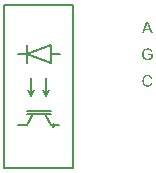
<source format=gto>
G04 Layer_Color=65535*
%FSTAX24Y24*%
%MOIN*%
G70*
G01*
G75*
%ADD16C,0.0050*%
G36*
X031948Y034481D02*
X031892D01*
X031848Y034595D01*
X031689D01*
X031648Y034481D01*
X031595D01*
X031739Y034859D01*
X031794D01*
X031948Y034481D01*
D02*
G37*
G36*
X031792Y033093D02*
X031797Y033093D01*
X031803Y033092D01*
X031809Y033092D01*
X031816Y033091D01*
X031831Y033087D01*
X031847Y033082D01*
X031855Y033078D01*
X031863Y033074D01*
X031871Y03307D01*
X031878Y033065D01*
X031879Y033064D01*
X03188Y033063D01*
X031881Y033062D01*
X031884Y033059D01*
X031887Y033057D01*
X031891Y033053D01*
X031895Y033048D01*
X031899Y033044D01*
X031904Y033038D01*
X031908Y033032D01*
X031913Y033025D01*
X031917Y033018D01*
X031921Y03301D01*
X031925Y033002D01*
X031932Y032983D01*
X031883Y032972D01*
Y032972D01*
X031882Y032974D01*
X031881Y032976D01*
X03188Y032979D01*
X031879Y032982D01*
X031877Y032986D01*
X031873Y032995D01*
X031868Y033005D01*
X031861Y033015D01*
X031853Y033024D01*
X031844Y033032D01*
X031843Y033033D01*
X031839Y033035D01*
X031834Y033038D01*
X031827Y033042D01*
X031818Y033046D01*
X031807Y033048D01*
X031795Y033051D01*
X031781Y033051D01*
X031777D01*
X031774Y033051D01*
X03177D01*
X031766Y03305D01*
X031756Y033048D01*
X031744Y033046D01*
X031732Y033042D01*
X03172Y033037D01*
X031709Y03303D01*
X031708D01*
X031707Y033029D01*
X031704Y033026D01*
X031699Y033021D01*
X031693Y033015D01*
X031686Y033007D01*
X031679Y032998D01*
X031673Y032986D01*
X031668Y032974D01*
Y032973D01*
X031667Y032972D01*
X031667Y03297D01*
X031666Y032967D01*
X031665Y032964D01*
X031664Y03296D01*
X031662Y032951D01*
X03166Y03294D01*
X031658Y032928D01*
X031657Y032915D01*
X031656Y032901D01*
Y0329D01*
Y032899D01*
Y032896D01*
Y032893D01*
X031657Y032889D01*
Y032884D01*
X031657Y032879D01*
X031658Y032873D01*
X03166Y03286D01*
X031662Y032845D01*
X031665Y032831D01*
X03167Y032817D01*
Y032816D01*
X031671Y032815D01*
X031672Y032813D01*
X031673Y032811D01*
X031676Y032804D01*
X03168Y032797D01*
X031687Y032788D01*
X031694Y032779D01*
X031703Y03277D01*
X031713Y032763D01*
X031714D01*
X031714Y032762D01*
X031716Y032761D01*
X031718Y03276D01*
X031725Y032758D01*
X031733Y032754D01*
X031742Y032751D01*
X031753Y032748D01*
X031765Y032746D01*
X031778Y032745D01*
X031782D01*
X031785Y032746D01*
X031788D01*
X031793Y032747D01*
X031803Y032748D01*
X031813Y032751D01*
X031826Y032756D01*
X031837Y032762D01*
X031849Y03277D01*
X031849Y03277D01*
X03185Y032771D01*
X031853Y032774D01*
X031858Y03278D01*
X031865Y032788D01*
X031871Y032798D01*
X031878Y03281D01*
X031884Y032825D01*
X031888Y032842D01*
X031938Y032829D01*
Y032828D01*
X031938Y032826D01*
X031937Y032823D01*
X031936Y032819D01*
X031933Y032814D01*
X031931Y032808D01*
X031929Y032801D01*
X031925Y032794D01*
X031918Y032779D01*
X031907Y032763D01*
X031896Y032748D01*
X031889Y032741D01*
X031881Y032735D01*
X031881Y032735D01*
X03188Y032734D01*
X031877Y032732D01*
X031874Y03273D01*
X03187Y032728D01*
X031865Y032725D01*
X03186Y032722D01*
X031854Y032719D01*
X031847Y032716D01*
X031839Y032713D01*
X031831Y03271D01*
X031822Y032708D01*
X031803Y032704D01*
X031793Y032703D01*
X031782Y032703D01*
X031776D01*
X031771Y032703D01*
X031766D01*
X03176Y032704D01*
X031754Y032705D01*
X031747Y032706D01*
X031731Y032709D01*
X031714Y032713D01*
X031698Y03272D01*
X03169Y032723D01*
X031682Y032728D01*
X031682Y032728D01*
X03168Y032729D01*
X031679Y032731D01*
X031676Y032732D01*
X031669Y032738D01*
X031661Y032746D01*
X031651Y032756D01*
X031642Y032769D01*
X031632Y032783D01*
X031624Y0328D01*
Y0328D01*
X031623Y032802D01*
X031622Y032804D01*
X031621Y032808D01*
X031619Y032812D01*
X031618Y032817D01*
X031616Y032823D01*
X031614Y03283D01*
X031612Y032837D01*
X031611Y032845D01*
X031607Y032862D01*
X031605Y032881D01*
X031604Y032901D01*
Y032902D01*
Y032904D01*
Y032907D01*
X031605Y032911D01*
Y032916D01*
X031606Y032922D01*
X031606Y032929D01*
X031607Y032936D01*
X03161Y032952D01*
X031614Y03297D01*
X031619Y032987D01*
X031627Y033004D01*
Y033005D01*
X031628Y033006D01*
X031629Y033008D01*
X031631Y033012D01*
X031633Y033015D01*
X031636Y033019D01*
X031644Y033029D01*
X031652Y03304D01*
X031663Y033051D01*
X031676Y033062D01*
X031691Y033071D01*
X031691D01*
X031693Y033072D01*
X031695Y033073D01*
X031698Y033074D01*
X031702Y033076D01*
X031706Y033078D01*
X031712Y03308D01*
X031718Y033082D01*
X031724Y033085D01*
X031731Y033086D01*
X031747Y033091D01*
X031764Y033093D01*
X031782Y033094D01*
X031788D01*
X031792Y033093D01*
D02*
G37*
G36*
X031796Y033979D02*
X031801D01*
X03181Y033978D01*
X031821Y033976D01*
X031834Y033974D01*
X031847Y033971D01*
X031859Y033966D01*
X03186D01*
X031861Y033965D01*
X031863Y033965D01*
X031865Y033964D01*
X031871Y033961D01*
X031878Y033956D01*
X031887Y033951D01*
X031896Y033945D01*
X031904Y033938D01*
X031912Y033929D01*
X031912Y033928D01*
X031915Y033925D01*
X031918Y03392D01*
X031923Y033912D01*
X031927Y033904D01*
X031932Y033893D01*
X031936Y033881D01*
X03194Y033867D01*
X031895Y033855D01*
Y033855D01*
X031894Y033856D01*
X031894Y033859D01*
X031892Y033865D01*
X031889Y033872D01*
X031886Y033878D01*
X031883Y033886D01*
X031879Y033893D01*
X031874Y0339D01*
X031874Y033901D01*
X031872Y033903D01*
X031869Y033906D01*
X031865Y03391D01*
X03186Y033914D01*
X031854Y033919D01*
X031847Y033923D01*
X031838Y033927D01*
X031837Y033927D01*
X031834Y033929D01*
X031829Y03393D01*
X031822Y033932D01*
X031815Y033934D01*
X031806Y033935D01*
X031796Y033937D01*
X031786Y033937D01*
X03178D01*
X031774Y033937D01*
X031766Y033936D01*
X031757Y033934D01*
X031746Y033933D01*
X031737Y03393D01*
X031727Y033926D01*
X031726Y033926D01*
X031723Y033925D01*
X031718Y033922D01*
X031712Y033919D01*
X031706Y033915D01*
X031699Y03391D01*
X031693Y033905D01*
X031686Y033899D01*
X031686Y033898D01*
X031684Y033896D01*
X031681Y033892D01*
X031678Y033888D01*
X031674Y033882D01*
X03167Y033876D01*
X031666Y033869D01*
X031663Y033861D01*
Y033861D01*
X031662Y033859D01*
X031662Y033858D01*
X031661Y033855D01*
X031659Y033852D01*
X031658Y033848D01*
X031656Y033839D01*
X031653Y033827D01*
X031651Y033814D01*
X031649Y0338D01*
X031648Y033785D01*
Y033785D01*
Y033783D01*
Y033781D01*
X031649Y033776D01*
Y033772D01*
X03165Y033767D01*
X03165Y033761D01*
X031651Y033756D01*
X031652Y033742D01*
X031656Y033728D01*
X03166Y033714D01*
X031666Y0337D01*
Y033699D01*
X031666Y033698D01*
X031667Y033696D01*
X031669Y033694D01*
X031673Y033688D01*
X031678Y033681D01*
X031685Y033673D01*
X031694Y033664D01*
X031704Y033656D01*
X031716Y033649D01*
X031716D01*
X031718Y033649D01*
X031719Y033647D01*
X031722Y033647D01*
X031724Y033646D01*
X031729Y033644D01*
X031737Y033641D01*
X031748Y033638D01*
X03176Y033635D01*
X031773Y033634D01*
X031787Y033633D01*
X031792D01*
X031799Y033634D01*
X031807Y033635D01*
X031816Y033636D01*
X031827Y033638D01*
X031839Y033641D01*
X03185Y033645D01*
X031851D01*
X031851Y033646D01*
X031853Y033646D01*
X031855Y033647D01*
X031861Y03365D01*
X031868Y033653D01*
X031875Y033657D01*
X031883Y033662D01*
X03189Y033667D01*
X031897Y033672D01*
Y033744D01*
X031786D01*
Y033788D01*
X031946D01*
Y033647D01*
X031946Y033647D01*
X031945Y033646D01*
X031943Y033645D01*
X03194Y033643D01*
X031936Y03364D01*
X031932Y033638D01*
X031923Y033631D01*
X031911Y033624D01*
X031898Y033616D01*
X031884Y033609D01*
X03187Y033603D01*
X031869D01*
X031868Y033603D01*
X031866Y033602D01*
X031863Y033601D01*
X031859Y0336D01*
X031855Y033598D01*
X03185Y033597D01*
X031845Y033596D01*
X031833Y033593D01*
X03182Y033591D01*
X031805Y033589D01*
X03179Y033589D01*
X031784D01*
X03178Y033589D01*
X031775D01*
X031769Y03359D01*
X031763Y03359D01*
X031756Y033592D01*
X03174Y033594D01*
X031723Y033598D01*
X031705Y033604D01*
X031688Y033612D01*
X031688Y033613D01*
X031686Y033613D01*
X031684Y033615D01*
X031681Y033617D01*
X031677Y033619D01*
X031673Y033622D01*
X031663Y03363D01*
X031651Y033639D01*
X03164Y033651D01*
X031629Y033665D01*
X03162Y033681D01*
Y033681D01*
X031618Y033683D01*
X031617Y033685D01*
X031616Y033689D01*
X031614Y033693D01*
X031612Y033698D01*
X03161Y033704D01*
X031608Y033711D01*
X031606Y033718D01*
X031604Y033726D01*
X0316Y033743D01*
X031598Y033762D01*
X031597Y033782D01*
Y033783D01*
Y033785D01*
Y033787D01*
X031597Y033791D01*
Y033797D01*
X031598Y033802D01*
X031598Y033809D01*
X031599Y033816D01*
X031602Y033832D01*
X031606Y033849D01*
X031612Y033867D01*
X03162Y033885D01*
Y033886D01*
X031621Y033888D01*
X031622Y03389D01*
X031624Y033893D01*
X031627Y033897D01*
X031629Y033901D01*
X031636Y033912D01*
X031646Y033924D01*
X031657Y033935D01*
X031671Y033946D01*
X031678Y033952D01*
X031686Y033956D01*
X031686D01*
X031688Y033957D01*
X03169Y033958D01*
X031693Y03396D01*
X031697Y033962D01*
X031703Y033964D01*
X031708Y033966D01*
X031715Y033968D01*
X031722Y03397D01*
X031729Y033972D01*
X031746Y033976D01*
X031765Y033979D01*
X031786Y03398D01*
X031792D01*
X031796Y033979D01*
D02*
G37*
%LPC*%
G36*
X031765Y03482D02*
Y03482D01*
X031765Y034818D01*
Y034817D01*
X031764Y034814D01*
X031763Y03481D01*
X031762Y034806D01*
X03176Y034797D01*
X031757Y034786D01*
X031753Y034773D01*
X031749Y03476D01*
X031745Y034747D01*
X031703Y034636D01*
X031832D01*
X031792Y034741D01*
Y034741D01*
X031792Y034743D01*
X031791Y034745D01*
X03179Y034749D01*
X031788Y034753D01*
X031786Y034757D01*
X031783Y034768D01*
X031778Y034781D01*
X031773Y034794D01*
X031769Y034807D01*
X031765Y03482D01*
D02*
G37*
%LPD*%
D16*
X027008Y029985D02*
X029292D01*
Y035418D01*
X027008D02*
X029292D01*
X027008Y029985D02*
Y035418D01*
X027461Y033784D02*
X027756D01*
Y033489D02*
Y03408D01*
Y033784D02*
X028545Y034077D01*
X027756Y033784D02*
X028544Y033489D01*
X028552Y033489D02*
Y03408D01*
Y033784D02*
X028847D01*
X028622Y031467D02*
X028695Y031408D01*
X028622Y031349D02*
X028695Y031408D01*
X028347Y031802D02*
X028552Y031408D01*
X027756D02*
X027953Y031802D01*
X028552Y031408D02*
X028839D01*
X027461D02*
X027756D01*
Y031802D02*
X028552D01*
X028306Y032603D02*
X0284Y032406D01*
X028502Y032603D01*
X0284Y032406D02*
Y032997D01*
X027806Y032603D02*
X0279Y032406D01*
X028002Y032603D01*
X0279Y032406D02*
Y032997D01*
X027748Y031902D02*
X028544D01*
M02*

</source>
